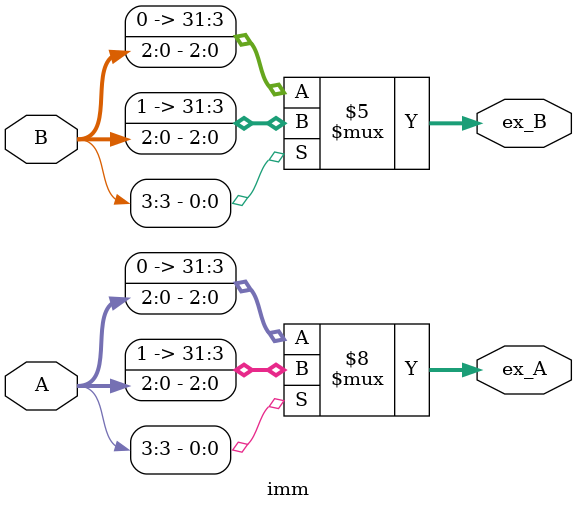
<source format=v>
`timescale 1ns / 1ps


module imm(
    input[3:0]A,
    input[3:0]B,
    output reg[31:0]ex_A,
    output reg[31:0]ex_B
    );
    
    always@(*)
    begin
    if(A[3]==0) ex_A={29'b0_0000_0000_0000_0000_0000_0000_0000,A[2:0]};
    else ex_A={29'b1_1111_1111_1111_1111_1111_1111_1111,A[2:0]};
    if(B[3]==0) ex_B={29'b0_0000_0000_0000_0000_0000_0000_0000,B[2:0]};
    else ex_B={29'b1_1111_1111_1111_1111_1111_1111_1111,B[2:0]};
    end
    
endmodule

</source>
